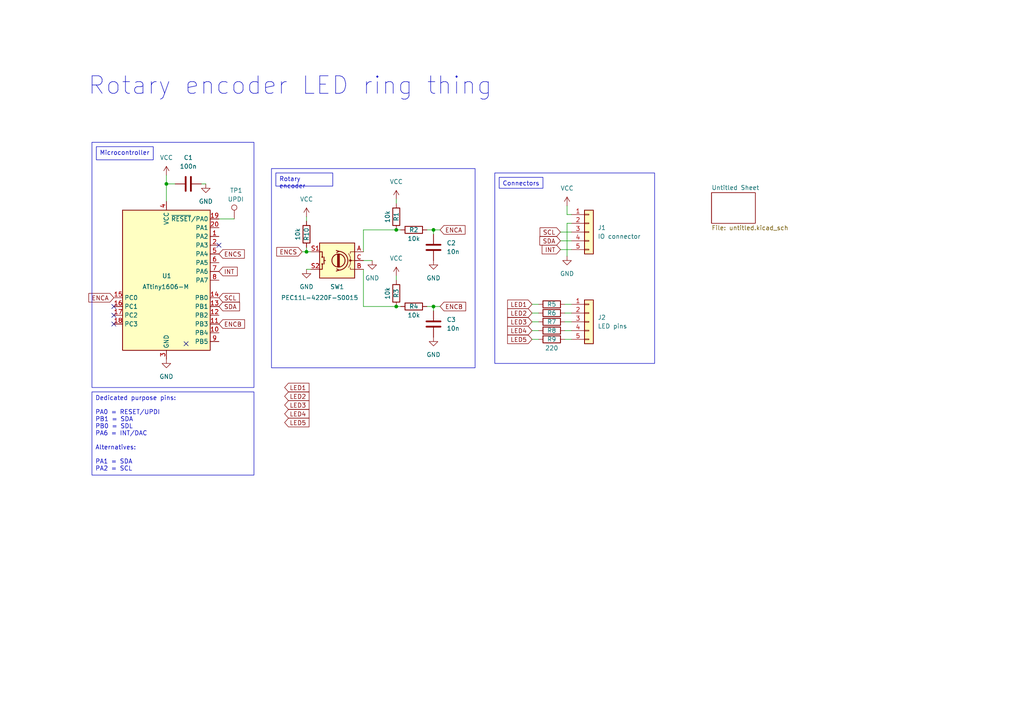
<source format=kicad_sch>
(kicad_sch (version 20230121) (generator eeschema)
  (paper "A4")
  (lib_symbols
    (symbol "Connector:TestPoint" (pin_numbers hide) (pin_names (offset 0.762) hide)
      (property "Reference" "TP" (at 0 6.858 0))
      (property "Value" "TestPoint" (at 0 5.08 0))
      (symbol "TestPoint_0_1"
        (circle (center 0 3.302) (radius 0.762))
      )
      (symbol "TestPoint_1_1"
        (pin passive line (at 0 0 90) (length 2.54) (name "1") (number "1"))
      )
    )
    (symbol "Connector_Generic:Conn_01x05" (pin_names (offset 1.016) hide)
      (property "Reference" "J" (at 0 7.62 0))
      (property "Value" "Conn_01x05" (at 0 -7.62 0))
      (symbol "Conn_01x05_1_1"
        (rectangle (start -1.27 -4.953) (end 0 -5.207) (stroke (width 0.1524)))
        (rectangle (start -1.27 -2.413) (end 0 -2.667) (stroke (width 0.1524)))
        (rectangle (start -1.27 0.127) (end 0 -0.127) (stroke (width 0.1524)))
        (rectangle (start -1.27 2.667) (end 0 2.413) (stroke (width 0.1524)))
        (rectangle (start -1.27 5.207) (end 0 4.953) (stroke (width 0.1524)))
        (rectangle (start -1.27 6.35) (end 1.27 -6.35) (stroke (width 0.254)) (fill (type background)))
        (pin passive line (at -5.08 5.08 0) (length 3.81) (name "Pin_1") (number "1"))
        (pin passive line (at -5.08 2.54 0) (length 3.81) (name "Pin_2") (number "2"))
        (pin passive line (at -5.08 0 0) (length 3.81) (name "Pin_3") (number "3"))
        (pin passive line (at -5.08 -2.54 0) (length 3.81) (name "Pin_4") (number "4"))
        (pin passive line (at -5.08 -5.08 0) (length 3.81) (name "Pin_5") (number "5"))
      )
    )
    (symbol "Device:C" (pin_numbers hide) (pin_names (offset 0.254))
      (property "Reference" "C" (at 0.635 2.54 0))
      (property "Value" "C" (at 0.635 -2.54 0))
      (symbol "C_0_1"
        (polyline (pts (xy -2.032 -0.762) (xy 2.032 -0.762)) (stroke (width 0.508)))
        (polyline (pts (xy -2.032 0.762) (xy 2.032 0.762)) (stroke (width 0.508)))
      )
      (symbol "C_1_1"
        (pin passive line (at 0 3.81 270) (length 2.794) (name "~") (number "1"))
        (pin passive line (at 0 -3.81 90) (length 2.794) (name "~") (number "2"))
      )
    )
    (symbol "Device:R" (pin_numbers hide) (pin_names (offset 0))
      (property "Reference" "R" (at 2.032 0 90))
      (property "Value" "R" (at 0 0 90))
      (symbol "R_0_1"
        (rectangle (start -1.016 -2.54) (end 1.016 2.54) (stroke (width 0.254)))
      )
      (symbol "R_1_1"
        (pin passive line (at 0 3.81 270) (length 1.27) (name "~") (number "1"))
        (pin passive line (at 0 -3.81 90) (length 1.27) (name "~") (number "2"))
      )
    )
    (symbol "Device:RotaryEncoder_Switch" (pin_names (offset 0.254) hide)
      (property "Reference" "SW" (at 0 6.604 0))
      (property "Value" "RotaryEncoder_Switch" (at 0 -6.604 0))
      (symbol "RotaryEncoder_Switch_0_1"
        (rectangle (start -5.08 5.08) (end 5.08 -5.08) (stroke (width 0.254)) (fill (type background)))
        (circle (center -3.81 0) (radius 0.254) (fill (type outline)))
        (circle (center -0.381 0) (radius 1.905) (stroke (width 0.254)))
        (arc (start -0.381 2.667) (mid -3.0988 -0.0635) (end -0.381 -2.794) (stroke (width 0.254)))
        (polyline (pts (xy -0.635 -1.778) (xy -0.635 1.778)) (stroke (width 0.254)))
        (polyline (pts (xy -0.381 -1.778) (xy -0.381 1.778)) (stroke (width 0.254)))
        (polyline (pts (xy -0.127 1.778) (xy -0.127 -1.778)) (stroke (width 0.254)))
        (polyline (pts (xy 3.81 0) (xy 3.429 0)) (stroke (width 0.254)))
        (polyline (pts (xy 3.81 1.016) (xy 3.81 -1.016)) (stroke (width 0.254)))
        (polyline (pts (xy -5.08 -2.54) (xy -3.81 -2.54) (xy -3.81 -2.032)))
        (polyline (pts (xy -5.08 2.54) (xy -3.81 2.54) (xy -3.81 2.032)))
        (polyline (pts (xy 0.254 -3.048) (xy -0.508 -2.794) (xy 0.127 -2.413)) (stroke (width 0.254)))
        (polyline (pts (xy 0.254 2.921) (xy -0.508 2.667) (xy 0.127 2.286)) (stroke (width 0.254)))
        (polyline (pts (xy 5.08 -2.54) (xy 4.318 -2.54) (xy 4.318 -1.016)) (stroke (width 0.254)))
        (polyline (pts (xy 5.08 2.54) (xy 4.318 2.54) (xy 4.318 1.016)) (stroke (width 0.254)))
        (polyline (pts (xy -5.08 0) (xy -3.81 0) (xy -3.81 -1.016) (xy -3.302 -2.032)))
        (polyline (pts (xy -4.318 0) (xy -3.81 0) (xy -3.81 1.016) (xy -3.302 2.032)))
        (circle (center 4.318 -1.016) (radius 0.127) (stroke (width 0.254)))
        (circle (center 4.318 1.016) (radius 0.127) (stroke (width 0.254)))
      )
      (symbol "RotaryEncoder_Switch_1_1"
        (pin passive line (at -7.62 2.54 0) (length 2.54) (name "A") (number "A"))
        (pin passive line (at -7.62 -2.54 0) (length 2.54) (name "B") (number "B"))
        (pin passive line (at -7.62 0 0) (length 2.54) (name "C") (number "C"))
        (pin passive line (at 7.62 2.54 180) (length 2.54) (name "S1") (number "S1"))
        (pin passive line (at 7.62 -2.54 180) (length 2.54) (name "S2") (number "S2"))
      )
    )
    (symbol "MCU_Microchip_ATtiny:ATtiny1606-M"
      (property "Reference" "U" (at -12.7 21.59 0))
      (property "Value" "ATtiny1606-M" (at 2.54 -21.59 0))
      (symbol "ATtiny1606-M_0_1"
        (rectangle (start -12.7 -20.32) (end 12.7 20.32) (stroke (width 0.254)) (fill (type background)))
      )
      (symbol "ATtiny1606-M_1_1"
        (pin bidirectional line (at 15.24 12.7 180) (length 2.54) (name "PA2") (number "1"))
        (pin bidirectional line (at 15.24 -15.24 180) (length 2.54) (name "PB4") (number "10"))
        (pin bidirectional line (at 15.24 -12.7 180) (length 2.54) (name "PB3") (number "11"))
        (pin bidirectional line (at 15.24 -10.16 180) (length 2.54) (name "PB2") (number "12"))
        (pin bidirectional line (at 15.24 -7.62 180) (length 2.54) (name "PB1") (number "13"))
        (pin bidirectional line (at 15.24 -5.08 180) (length 2.54) (name "PB0") (number "14"))
        (pin bidirectional line (at -15.24 -5.08 0) (length 2.54) (name "PC0") (number "15"))
        (pin bidirectional line (at -15.24 -7.62 0) (length 2.54) (name "PC1") (number "16"))
        (pin bidirectional line (at -15.24 -10.16 0) (length 2.54) (name "PC2") (number "17"))
        (pin bidirectional line (at -15.24 -12.7 0) (length 2.54) (name "PC3") (number "18"))
        (pin bidirectional line (at 15.24 17.78 180) (length 2.54) (name "~{RESET}/PA0") (number "19"))
        (pin bidirectional line (at 15.24 10.16 180) (length 2.54) (name "PA3") (number "2"))
        (pin bidirectional line (at 15.24 15.24 180) (length 2.54) (name "PA1") (number "20"))
        (pin passive line (at 0 -22.86 90) (length 2.54) hide (name "GND") (number "21"))
        (pin power_in line (at 0 -22.86 90) (length 2.54) (name "GND") (number "3"))
        (pin power_in line (at 0 22.86 270) (length 2.54) (name "VCC") (number "4"))
        (pin bidirectional line (at 15.24 7.62 180) (length 2.54) (name "PA4") (number "5"))
        (pin bidirectional line (at 15.24 5.08 180) (length 2.54) (name "PA5") (number "6"))
        (pin bidirectional line (at 15.24 2.54 180) (length 2.54) (name "PA6") (number "7"))
        (pin bidirectional line (at 15.24 0 180) (length 2.54) (name "PA7") (number "8"))
        (pin bidirectional line (at 15.24 -17.78 180) (length 2.54) (name "PB5") (number "9"))
      )
    )
    (symbol "power:GND" (power) (pin_names (offset 0))
      (property "Value" "GND" (at 0 -3.81 0))
      (symbol "GND_0_1"
        (polyline (pts (xy 0 0) (xy 0 -1.27) (xy 1.27 -1.27) (xy 0 -2.54) (xy -1.27 -1.27) (xy 0 -1.27)))
      )
      (symbol "GND_1_1"
        (pin power_in line (at 0 0 270) (length 0) hide (name "GND") (number "1"))
      )
    )
    (symbol "power:VCC" (power) (pin_names (offset 0))
      (property "Value" "VCC" (at 0 3.81 0))
      (symbol "VCC_0_1"
        (polyline (pts (xy -0.762 1.27) (xy 0 2.54)))
        (polyline (pts (xy 0 0) (xy 0 2.54)))
        (polyline (pts (xy 0 2.54) (xy 0.762 1.27)))
      )
      (symbol "VCC_1_1"
        (pin power_in line (at 0 0 90) (length 0) hide (name "VCC") (number "1"))
      )
    )
  )
  (junction (at 125.73 88.9))
  (junction (at 125.73 66.675))
  (junction (at 114.935 88.9))
  (junction (at 88.9 73.025))
  (junction (at 48.26 53.34))
  (junction (at 114.935 66.675))
  (no_connect (at 33.02 88.9))
  (no_connect (at 63.5 71.12))
  (no_connect (at 53.975 99.695))
  (no_connect (at 33.02 91.44))
  (no_connect (at 33.02 93.98))
  (wire (pts (xy 105.41 75.565) (xy 107.95 75.565)))
  (wire (pts (xy 87.63 73.025) (xy 88.9 73.025)))
  (wire (pts (xy 105.41 88.9) (xy 114.935 88.9)))
  (wire (pts (xy 48.26 50.8) (xy 48.26 53.34)))
  (wire (pts (xy 63.5 63.5) (xy 67.945 63.5)))
  (wire (pts (xy 58.42 53.34) (xy 59.69 53.34)))
  (wire (pts (xy 163.83 95.885) (xy 165.735 95.885)))
  (wire (pts (xy 125.73 90.17) (xy 125.73 88.9)))
  (wire (pts (xy 163.83 90.805) (xy 165.735 90.805)))
  (wire (pts (xy 162.56 69.85) (xy 165.735 69.85)))
  (wire (pts (xy 90.17 78.105) (xy 88.9 78.105)))
  (wire (pts (xy 114.935 57.785) (xy 114.935 59.055)))
  (wire (pts (xy 88.9 62.865) (xy 88.9 64.135)))
  (wire (pts (xy 154.305 95.885) (xy 156.21 95.885)))
  (wire (pts (xy 114.935 66.675) (xy 116.205 66.675)))
  (wire (pts (xy 163.83 93.345) (xy 165.735 93.345)))
  (wire (pts (xy 125.73 66.675) (xy 127.635 66.675)))
  (wire (pts (xy 163.83 98.425) (xy 165.735 98.425)))
  (wire (pts (xy 105.41 88.9) (xy 105.41 78.105)))
  (wire (pts (xy 125.73 67.945) (xy 125.73 66.675)))
  (wire (pts (xy 154.305 90.805) (xy 156.21 90.805)))
  (wire (pts (xy 125.73 88.9) (xy 127.635 88.9)))
  (wire (pts (xy 48.26 53.34) (xy 48.26 58.42)))
  (wire (pts (xy 154.305 98.425) (xy 156.21 98.425)))
  (wire (pts (xy 114.935 88.9) (xy 116.205 88.9)))
  (wire (pts (xy 164.465 62.23) (xy 165.735 62.23)))
  (wire (pts (xy 164.465 59.69) (xy 164.465 62.23)))
  (wire (pts (xy 165.735 64.77) (xy 164.465 64.77)))
  (wire (pts (xy 123.825 66.675) (xy 125.73 66.675)))
  (wire (pts (xy 162.56 67.31) (xy 165.735 67.31)))
  (wire (pts (xy 105.41 66.675) (xy 114.935 66.675)))
  (wire (pts (xy 88.9 71.755) (xy 88.9 73.025)))
  (wire (pts (xy 105.41 73.025) (xy 105.41 66.675)))
  (wire (pts (xy 48.26 53.34) (xy 50.8 53.34)))
  (wire (pts (xy 88.9 73.025) (xy 90.17 73.025)))
  (wire (pts (xy 154.305 93.345) (xy 156.21 93.345)))
  (wire (pts (xy 114.935 80.01) (xy 114.935 81.28)))
  (wire (pts (xy 164.465 64.77) (xy 164.465 74.295)))
  (wire (pts (xy 154.305 88.265) (xy 156.21 88.265)))
  (wire (pts (xy 162.56 72.39) (xy 165.735 72.39)))
  (wire (pts (xy 163.83 88.265) (xy 165.735 88.265)))
  (wire (pts (xy 123.825 88.9) (xy 125.73 88.9)))
  (rectangle (start 143.51 50.165) (end 189.865 105.41))
  (rectangle (start 26.67 41.275) (end 73.66 112.395))
  (rectangle (start 78.74 48.895) (end 137.795 106.68))
  (text_box "Microcontroller" (at 27.94 42.545 0) (size 16.51 3.81) (effects (font (size 1.27 1.27)) (justify left top)))
  (text_box "Dedicated purpose pins:\n\nPA0 = RESET/UPDI\nPB1 = SDA\nPB0 = SDL\nPA6 = INT/DAC\n\nAlternatives:\n\nPA1 = SDA\nPA2 = SCL" (at 26.67 113.665 0) (size 46.99 24.13) (effects (font (size 1.27 1.27)) (justify left top)))
  (text_box "Rotary encoder" (at 80.01 50.165 0) (size 16.51 3.81) (effects (font (size 1.27 1.27)) (justify left top)))
  (text_box "Connectors" (at 144.78 51.435 0) (size 12.7 3.175) (effects (font (size 1.27 1.27)) (justify left top)))
  (text "Rotary encoder LED ring thing" (at 25.4 27.94 0) (effects (font (size 5.08 5.08)) (justify left bottom)))
  (global_label "SDA" (shape input) (at 63.5 88.9 0) (property "Intersheetrefs" "${INTERSHEET_REFS}" (effects hide)))
  (global_label "ENCB" (shape input) (at 127.635 88.9 0) (property "Intersheetrefs" "${INTERSHEET_REFS}" (effects hide)))
  (global_label "ENCA" (shape input) (at 127.635 66.675 0) (property "Intersheetrefs" "${INTERSHEET_REFS}" (effects hide)))
  (global_label "LED5" (shape input) (at 82.55 122.555 0) (property "Intersheetrefs" "${INTERSHEET_REFS}" (effects hide)))
  (global_label "ENCS" (shape input) (at 87.63 73.025 180) (property "Intersheetrefs" "${INTERSHEET_REFS}" (effects hide)))
  (global_label "SCL" (shape input) (at 162.56 67.31 180) (property "Intersheetrefs" "${INTERSHEET_REFS}" (effects hide)))
  (global_label "LED4" (shape input) (at 154.305 95.885 180) (property "Intersheetrefs" "${INTERSHEET_REFS}" (effects hide)))
  (global_label "ENCB" (shape input) (at 63.5 93.98 0) (property "Intersheetrefs" "${INTERSHEET_REFS}" (effects hide)))
  (global_label "ENCS" (shape input) (at 63.5 73.66 0) (property "Intersheetrefs" "${INTERSHEET_REFS}" (effects hide)))
  (global_label "LED1" (shape input) (at 82.55 112.395 0) (property "Intersheetrefs" "${INTERSHEET_REFS}" (effects hide)))
  (global_label "INT" (shape input) (at 63.5 78.74 0) (property "Intersheetrefs" "${INTERSHEET_REFS}" (effects hide)))
  (global_label "LED4" (shape input) (at 82.55 120.015 0) (property "Intersheetrefs" "${INTERSHEET_REFS}" (effects hide)))
  (global_label "INT" (shape input) (at 162.56 72.39 180) (property "Intersheetrefs" "${INTERSHEET_REFS}" (effects hide)))
  (global_label "LED2" (shape input) (at 82.55 114.935 0) (property "Intersheetrefs" "${INTERSHEET_REFS}" (effects hide)))
  (global_label "LED2" (shape input) (at 154.305 90.805 180) (property "Intersheetrefs" "${INTERSHEET_REFS}" (effects hide)))
  (global_label "LED5" (shape input) (at 154.305 98.425 180) (property "Intersheetrefs" "${INTERSHEET_REFS}" (effects hide)))
  (global_label "SCL" (shape input) (at 63.5 86.36 0) (property "Intersheetrefs" "${INTERSHEET_REFS}" (effects hide)))
  (global_label "ENCA" (shape input) (at 33.02 86.36 180) (property "Intersheetrefs" "${INTERSHEET_REFS}" (effects hide)))
  (global_label "SDA" (shape input) (at 162.56 69.85 180) (property "Intersheetrefs" "${INTERSHEET_REFS}" (effects hide)))
  (global_label "LED1" (shape input) (at 154.305 88.265 180) (property "Intersheetrefs" "${INTERSHEET_REFS}" (effects hide)))
  (global_label "LED3" (shape input) (at 82.55 117.475 0) (property "Intersheetrefs" "${INTERSHEET_REFS}" (effects hide)))
  (global_label "LED3" (shape input) (at 154.305 93.345 180) (property "Intersheetrefs" "${INTERSHEET_REFS}" (effects hide)))
  (symbol (lib_id "Device:R") (at 160.02 90.805 90) (unit 1)
    (property "Reference" "R6" (at 160.02 90.805 90))
    (property "Value" "220" (effects hide))
    (property "Footprint" "Resistor_SMD:R_0603_1608Metric" (effects hide))
  )
  (symbol (lib_id "power:GND") (at 48.26 104.14 0) (unit 1)
    (property "Reference" "#PWR02" (effects hide))
    (property "Value" "GND" (at 48.26 109.22 0))
  )
  (symbol (lib_id "power:VCC") (at 114.935 80.01 0) (unit 1)
    (property "Reference" "#PWR07" (effects hide))
    (property "Value" "VCC" (at 114.935 74.93 0))
  )
  (symbol (lib_id "Device:R") (at 114.935 62.865 0) (unit 1)
    (property "Reference" "R1" (at 114.935 62.865 90))
    (property "Value" "10k" (at 112.395 62.865 90))
    (property "Footprint" "Resistor_SMD:R_0603_1608Metric" (effects hide))
  )
  (symbol (lib_id "Device:R") (at 120.015 66.675 90) (unit 1)
    (property "Reference" "R2" (at 120.015 66.675 90))
    (property "Value" "10k" (at 120.015 69.215 90))
    (property "Footprint" "Resistor_SMD:R_0603_1608Metric" (effects hide))
  )
  (symbol (lib_id "Connector_Generic:Conn_01x05") (at 170.815 93.345 0) (unit 1)
    (property "Reference" "J2" (at 173.355 92.075 0) (effects (justify left)))
    (property "Value" "LED pins" (at 173.355 94.615 0) (effects (justify left)))
    (property "Footprint" "Connector_PinHeader_1.27mm:PinHeader_1x05_P1.27mm_Vertical" (effects hide))
  )
  (symbol (lib_id "power:GND") (at 88.9 78.105 0) (mirror y) (unit 1)
    (property "Reference" "#PWR04" (effects hide))
    (property "Value" "GND" (at 88.9 83.185 0))
  )
  (symbol (lib_id "Connector:TestPoint") (at 67.945 63.5 0) (unit 1)
    (property "Reference" "TP1" (at 66.675 55.245 0) (effects (justify left)))
    (property "Value" "UPDI" (at 66.04 57.785 0) (effects (justify left)))
    (property "Footprint" "TestPoint:TestPoint_Pad_D1.5mm" (effects hide))
  )
  (symbol (lib_id "power:GND") (at 125.73 75.565 0) (unit 1)
    (property "Reference" "#PWR08" (effects hide))
    (property "Value" "GND" (at 125.73 80.645 0))
  )
  (symbol (lib_id "Device:R") (at 160.02 98.425 90) (unit 1)
    (property "Reference" "R9" (at 160.02 98.425 90))
    (property "Value" "220" (at 160.02 100.965 90))
    (property "Footprint" "Resistor_SMD:R_0603_1608Metric" (effects hide))
  )
  (symbol (lib_id "Device:R") (at 88.9 67.945 0) (unit 1)
    (property "Reference" "R10" (at 88.9 67.945 90))
    (property "Value" "10k" (at 86.36 67.945 90))
    (property "Footprint" "Resistor_SMD:R_0603_1608Metric" (effects hide))
  )
  (symbol (lib_id "power:GND") (at 164.465 74.295 0) (unit 1)
    (property "Reference" "#PWR011" (effects hide))
    (property "Value" "GND" (at 164.465 79.375 0))
  )
  (symbol (lib_id "Device:R") (at 160.02 93.345 90) (unit 1)
    (property "Reference" "R7" (at 160.02 93.345 90))
    (property "Value" "220" (effects hide))
    (property "Footprint" "Resistor_SMD:R_0603_1608Metric" (effects hide))
  )
  (symbol (lib_id "power:VCC") (at 88.9 62.865 0) (unit 1)
    (property "Reference" "#PWR012" (effects hide))
    (property "Value" "VCC" (at 88.9 57.785 0))
  )
  (symbol (lib_id "Device:R") (at 114.935 85.09 0) (unit 1)
    (property "Reference" "R3" (at 114.935 85.09 90))
    (property "Value" "10k" (at 112.395 85.09 90))
    (property "Footprint" "Resistor_SMD:R_0603_1608Metric" (effects hide))
  )
  (symbol (lib_id "Device:RotaryEncoder_Switch") (at 97.79 75.565 0) (mirror y) (unit 1)
    (property "Reference" "SW1" (at 97.79 83.185 0))
    (property "Value" "PEC11L-4220F-S0015" (at 92.71 86.36 0))
    (property "Footprint" "Rotary_Encoder:RotaryEncoder_Bourns_Vertical_PEC12R-3x17F-Sxxxx" (effects hide))
  )
  (symbol (lib_id "Device:C") (at 125.73 71.755 180) (unit 1)
    (property "Reference" "C2" (at 129.54 70.485 0) (effects (justify right)))
    (property "Value" "10n" (at 129.54 73.025 0) (effects (justify right)))
    (property "Footprint" "Capacitor_SMD:C_0603_1608Metric" (effects hide))
  )
  (symbol (lib_id "Device:R") (at 120.015 88.9 90) (unit 1)
    (property "Reference" "R4" (at 120.015 88.9 90))
    (property "Value" "10k" (at 120.015 91.44 90))
    (property "Footprint" "Resistor_SMD:R_0603_1608Metric" (effects hide))
  )
  (symbol (lib_id "Device:C") (at 125.73 93.98 180) (unit 1)
    (property "Reference" "C3" (at 129.54 92.71 0) (effects (justify right)))
    (property "Value" "10n" (at 129.54 95.25 0) (effects (justify right)))
    (property "Footprint" "Capacitor_SMD:C_0603_1608Metric" (effects hide))
  )
  (symbol (lib_id "power:GND") (at 59.69 53.34 0) (unit 1)
    (property "Reference" "#PWR03" (effects hide))
    (property "Value" "GND" (at 59.69 58.42 0))
  )
  (symbol (lib_id "power:GND") (at 125.73 97.79 0) (unit 1)
    (property "Reference" "#PWR09" (effects hide))
    (property "Value" "GND" (at 125.73 102.87 0))
  )
  (symbol (lib_id "power:VCC") (at 164.465 59.69 0) (unit 1)
    (property "Reference" "#PWR010" (effects hide))
    (property "Value" "VCC" (at 164.465 54.61 0))
  )
  (symbol (lib_id "power:GND") (at 107.95 75.565 0) (unit 1)
    (property "Reference" "#PWR05" (effects hide))
    (property "Value" "GND" (at 107.95 80.645 0))
  )
  (symbol (lib_id "Device:R") (at 160.02 95.885 90) (unit 1)
    (property "Reference" "R8" (at 160.02 95.885 90))
    (property "Value" "220" (effects hide))
    (property "Footprint" "Resistor_SMD:R_0603_1608Metric" (effects hide))
  )
  (symbol (lib_id "power:VCC") (at 114.935 57.785 0) (unit 1)
    (property "Reference" "#PWR06" (effects hide))
    (property "Value" "VCC" (at 114.935 52.705 0))
  )
  (symbol (lib_id "Connector_Generic:Conn_01x05") (at 170.815 67.31 0) (unit 1)
    (property "Reference" "J1" (at 173.355 66.04 0) (effects (justify left)))
    (property "Value" "IO connector" (at 173.355 68.58 0) (effects (justify left)))
    (property "Footprint" "Connector_PinHeader_2.54mm:PinHeader_1x05_P2.54mm_Vertical" (effects hide))
  )
  (symbol (lib_id "power:VCC") (at 48.26 50.8 0) (unit 1)
    (property "Reference" "#PWR01" (effects hide))
    (property "Value" "VCC" (at 48.26 45.72 0))
  )
  (symbol (lib_id "Device:C") (at 54.61 53.34 90) (unit 1)
    (property "Reference" "C1" (at 54.61 45.72 90))
    (property "Value" "100n" (at 54.61 48.26 90))
    (property "Footprint" "Capacitor_SMD:C_0603_1608Metric" (effects hide))
  )
  (symbol (lib_id "Device:R") (at 160.02 88.265 90) (unit 1)
    (property "Reference" "R5" (at 160.02 88.265 90))
    (property "Value" "220" (effects hide))
    (property "Footprint" "Resistor_SMD:R_0603_1608Metric" (effects hide))
  )
  (symbol (lib_id "MCU_Microchip_ATtiny:ATtiny1606-M") (at 48.26 81.28 0) (unit 1)
    (property "Reference" "U1" (at 46.99 80.01 0) (effects (justify left)))
    (property "Value" "ATtiny1606-M" (at 41.275 83.185 0) (effects (justify left)))
    (property "Footprint" "Package_DFN_QFN:VQFN-20-1EP_3x3mm_P0.4mm_EP1.7x1.7mm" (effects hide))
    (property "Datasheet" "http://ww1.microchip.com/downloads/en/DeviceDoc/ATtiny806_1606_Data_Sheet_40002029A.pdf" (effects hide))
  )
  (sheet (at 206.375 55.88) (size 12.7 8.89) (stroke (width 0.1524))
    (property "Sheetname" "Untitled Sheet" (at 206.375 55.1684 0) (effects (justify left bottom)))
    (property "Sheetfile" "untitled.kicad_sch" (at 206.375 65.3546 0) (effects (justify left top)))
  )
)
</source>
